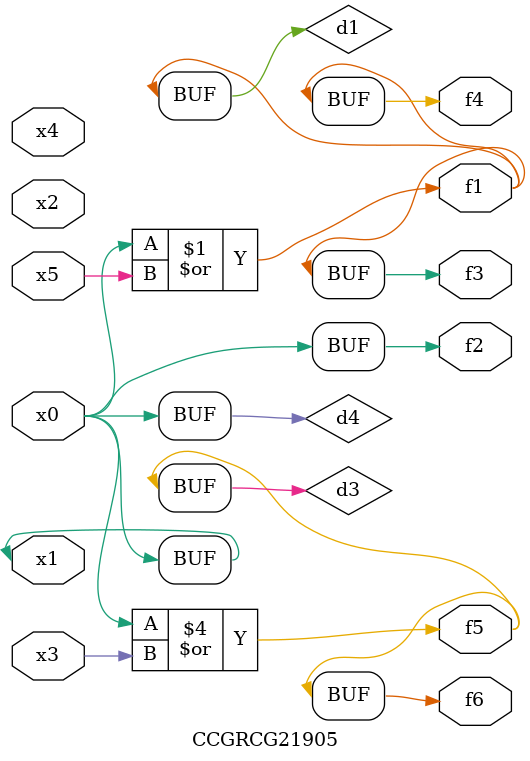
<source format=v>
module CCGRCG21905(
	input x0, x1, x2, x3, x4, x5,
	output f1, f2, f3, f4, f5, f6
);

	wire d1, d2, d3, d4;

	or (d1, x0, x5);
	xnor (d2, x1, x4);
	or (d3, x0, x3);
	buf (d4, x0, x1);
	assign f1 = d1;
	assign f2 = d4;
	assign f3 = d1;
	assign f4 = d1;
	assign f5 = d3;
	assign f6 = d3;
endmodule

</source>
